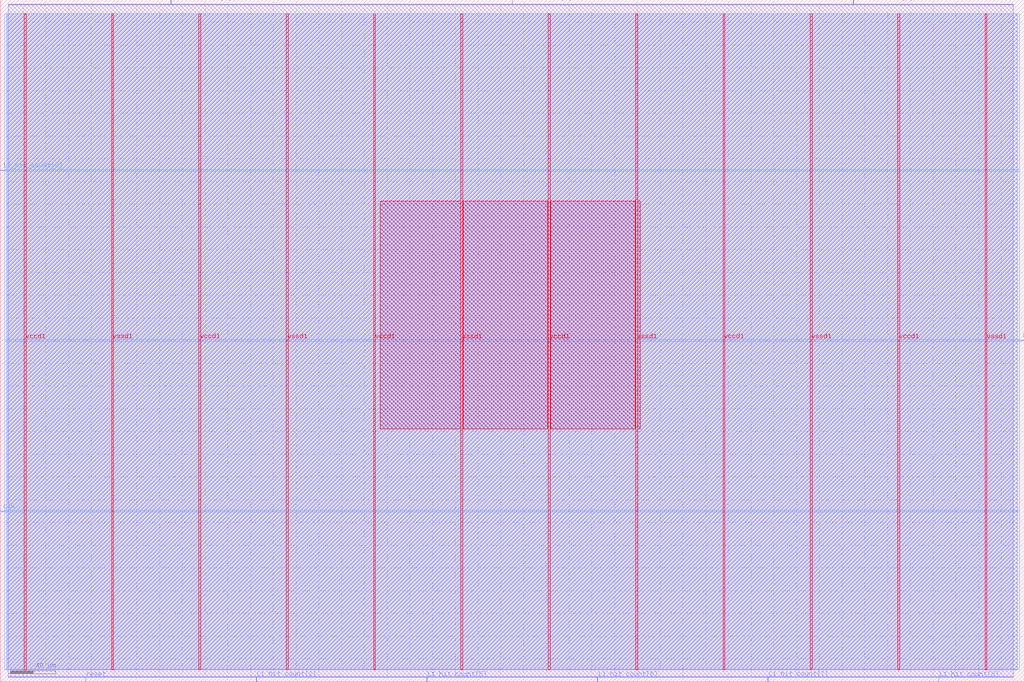
<source format=lef>
VERSION 5.7 ;
  NOWIREEXTENSIONATPIN ON ;
  DIVIDERCHAR "/" ;
  BUSBITCHARS "[]" ;
MACRO user_proj_example
  CLASS BLOCK ;
  FOREIGN user_proj_example ;
  ORIGIN 0.000 0.000 ;
  SIZE 900.000 BY 600.000 ;
  PIN L1_hit_count[0]
    DIRECTION OUTPUT TRISTATE ;
    USE SIGNAL ;
    PORT
      LAYER met3 ;
        RECT 0.000 449.520 4.000 450.120 ;
    END
  END L1_hit_count[0]
  PIN L1_hit_count[1]
    DIRECTION OUTPUT TRISTATE ;
    USE SIGNAL ;
    PORT
      LAYER met3 ;
        RECT 896.000 299.920 900.000 300.520 ;
    END
  END L1_hit_count[1]
  PIN L1_hit_count[2]
    DIRECTION OUTPUT TRISTATE ;
    USE SIGNAL ;
    PORT
      LAYER met2 ;
        RECT 225.030 0.000 225.310 4.000 ;
    END
  END L1_hit_count[2]
  PIN L1_hit_count[3]
    DIRECTION OUTPUT TRISTATE ;
    USE SIGNAL ;
    PORT
      LAYER met2 ;
        RECT 150.050 596.000 150.330 600.000 ;
    END
  END L1_hit_count[3]
  PIN L1_hit_count[4]
    DIRECTION OUTPUT TRISTATE ;
    USE SIGNAL ;
    PORT
      LAYER met2 ;
        RECT 449.970 596.000 450.250 600.000 ;
    END
  END L1_hit_count[4]
  PIN L1_hit_count[5]
    DIRECTION OUTPUT TRISTATE ;
    USE SIGNAL ;
    PORT
      LAYER met2 ;
        RECT 374.990 0.000 375.270 4.000 ;
    END
  END L1_hit_count[5]
  PIN L1_hit_count[6]
    DIRECTION OUTPUT TRISTATE ;
    USE SIGNAL ;
    PORT
      LAYER met2 ;
        RECT 524.950 0.000 525.230 4.000 ;
    END
  END L1_hit_count[6]
  PIN L1_hit_count[7]
    DIRECTION OUTPUT TRISTATE ;
    USE SIGNAL ;
    PORT
      LAYER met2 ;
        RECT 674.910 0.000 675.190 4.000 ;
    END
  END L1_hit_count[7]
  PIN L1_hit_count[8]
    DIRECTION OUTPUT TRISTATE ;
    USE SIGNAL ;
    PORT
      LAYER met2 ;
        RECT 824.870 0.000 825.150 4.000 ;
    END
  END L1_hit_count[8]
  PIN L1_hit_count[9]
    DIRECTION OUTPUT TRISTATE ;
    USE SIGNAL ;
    PORT
      LAYER met2 ;
        RECT 749.890 596.000 750.170 600.000 ;
    END
  END L1_hit_count[9]
  PIN clk
    DIRECTION INPUT ;
    USE SIGNAL ;
    PORT
      LAYER met3 ;
        RECT 0.000 149.640 4.000 150.240 ;
    END
  END clk
  PIN reset
    DIRECTION INPUT ;
    USE SIGNAL ;
    PORT
      LAYER met2 ;
        RECT 75.070 0.000 75.350 4.000 ;
    END
  END reset
  PIN vccd1
    DIRECTION INPUT ;
    USE POWER ;
    PORT
      LAYER met4 ;
        RECT 21.040 10.640 22.640 587.760 ;
    END
    PORT
      LAYER met4 ;
        RECT 174.640 10.640 176.240 587.760 ;
    END
    PORT
      LAYER met4 ;
        RECT 328.240 10.640 329.840 587.760 ;
    END
    PORT
      LAYER met4 ;
        RECT 481.840 10.640 483.440 587.760 ;
    END
    PORT
      LAYER met4 ;
        RECT 635.440 10.640 637.040 587.760 ;
    END
    PORT
      LAYER met4 ;
        RECT 789.040 10.640 790.640 587.760 ;
    END
  END vccd1
  PIN vssd1
    DIRECTION INPUT ;
    USE GROUND ;
    PORT
      LAYER met4 ;
        RECT 97.840 10.640 99.440 587.760 ;
    END
    PORT
      LAYER met4 ;
        RECT 251.440 10.640 253.040 587.760 ;
    END
    PORT
      LAYER met4 ;
        RECT 405.040 10.640 406.640 587.760 ;
    END
    PORT
      LAYER met4 ;
        RECT 558.640 10.640 560.240 587.760 ;
    END
    PORT
      LAYER met4 ;
        RECT 712.240 10.640 713.840 587.760 ;
    END
    PORT
      LAYER met4 ;
        RECT 865.840 10.640 867.440 587.760 ;
    END
  END vssd1
  OBS
      LAYER li1 ;
        RECT 5.520 10.795 894.240 587.605 ;
      LAYER met1 ;
        RECT 5.520 10.640 894.240 587.760 ;
      LAYER met2 ;
        RECT 6.990 595.720 149.770 596.090 ;
        RECT 150.610 595.720 449.690 596.090 ;
        RECT 450.530 595.720 749.610 596.090 ;
        RECT 750.450 595.720 890.470 596.090 ;
        RECT 6.990 4.280 890.470 595.720 ;
        RECT 6.990 4.000 74.790 4.280 ;
        RECT 75.630 4.000 224.750 4.280 ;
        RECT 225.590 4.000 374.710 4.280 ;
        RECT 375.550 4.000 524.670 4.280 ;
        RECT 525.510 4.000 674.630 4.280 ;
        RECT 675.470 4.000 824.590 4.280 ;
        RECT 825.430 4.000 890.470 4.280 ;
      LAYER met3 ;
        RECT 4.000 450.520 896.000 587.685 ;
        RECT 4.400 449.120 896.000 450.520 ;
        RECT 4.000 300.920 896.000 449.120 ;
        RECT 4.000 299.520 895.600 300.920 ;
        RECT 4.000 150.640 896.000 299.520 ;
        RECT 4.400 149.240 896.000 150.640 ;
        RECT 4.000 10.715 896.000 149.240 ;
      LAYER met4 ;
        RECT 334.255 222.535 404.640 422.785 ;
        RECT 407.040 222.535 481.440 422.785 ;
        RECT 483.840 222.535 558.240 422.785 ;
        RECT 560.640 222.535 562.745 422.785 ;
  END
END user_proj_example
END LIBRARY


</source>
